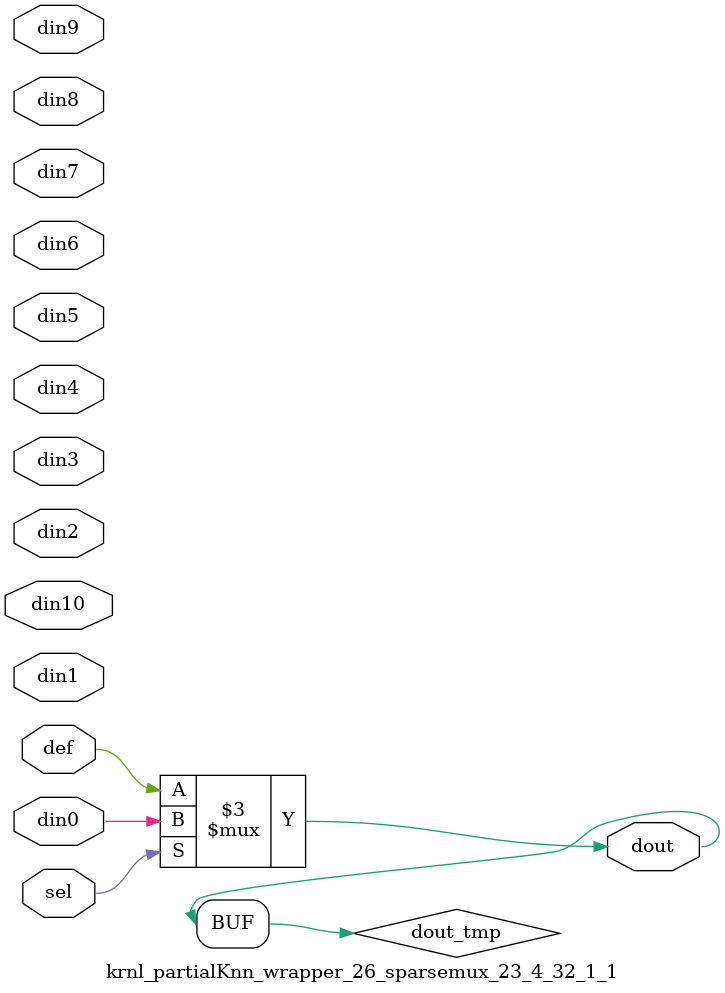
<source format=v>
`timescale 1ns / 1ps

module krnl_partialKnn_wrapper_26_sparsemux_23_4_32_1_1 (din0,din1,din2,din3,din4,din5,din6,din7,din8,din9,din10,def,sel,dout);

parameter din0_WIDTH = 1;

parameter din1_WIDTH = 1;

parameter din2_WIDTH = 1;

parameter din3_WIDTH = 1;

parameter din4_WIDTH = 1;

parameter din5_WIDTH = 1;

parameter din6_WIDTH = 1;

parameter din7_WIDTH = 1;

parameter din8_WIDTH = 1;

parameter din9_WIDTH = 1;

parameter din10_WIDTH = 1;

parameter def_WIDTH = 1;
parameter sel_WIDTH = 1;
parameter dout_WIDTH = 1;

parameter [sel_WIDTH-1:0] CASE0 = 1;

parameter [sel_WIDTH-1:0] CASE1 = 1;

parameter [sel_WIDTH-1:0] CASE2 = 1;

parameter [sel_WIDTH-1:0] CASE3 = 1;

parameter [sel_WIDTH-1:0] CASE4 = 1;

parameter [sel_WIDTH-1:0] CASE5 = 1;

parameter [sel_WIDTH-1:0] CASE6 = 1;

parameter [sel_WIDTH-1:0] CASE7 = 1;

parameter [sel_WIDTH-1:0] CASE8 = 1;

parameter [sel_WIDTH-1:0] CASE9 = 1;

parameter [sel_WIDTH-1:0] CASE10 = 1;

parameter ID = 1;
parameter NUM_STAGE = 1;



input [din0_WIDTH-1:0] din0;

input [din1_WIDTH-1:0] din1;

input [din2_WIDTH-1:0] din2;

input [din3_WIDTH-1:0] din3;

input [din4_WIDTH-1:0] din4;

input [din5_WIDTH-1:0] din5;

input [din6_WIDTH-1:0] din6;

input [din7_WIDTH-1:0] din7;

input [din8_WIDTH-1:0] din8;

input [din9_WIDTH-1:0] din9;

input [din10_WIDTH-1:0] din10;

input [def_WIDTH-1:0] def;
input [sel_WIDTH-1:0] sel;

output [dout_WIDTH-1:0] dout;



reg [dout_WIDTH-1:0] dout_tmp;

always @ (*) begin
case (sel)
    
    CASE0 : dout_tmp = din0;
    
    CASE1 : dout_tmp = din1;
    
    CASE2 : dout_tmp = din2;
    
    CASE3 : dout_tmp = din3;
    
    CASE4 : dout_tmp = din4;
    
    CASE5 : dout_tmp = din5;
    
    CASE6 : dout_tmp = din6;
    
    CASE7 : dout_tmp = din7;
    
    CASE8 : dout_tmp = din8;
    
    CASE9 : dout_tmp = din9;
    
    CASE10 : dout_tmp = din10;
    
    default : dout_tmp = def;
endcase
end


assign dout = dout_tmp;



endmodule

</source>
